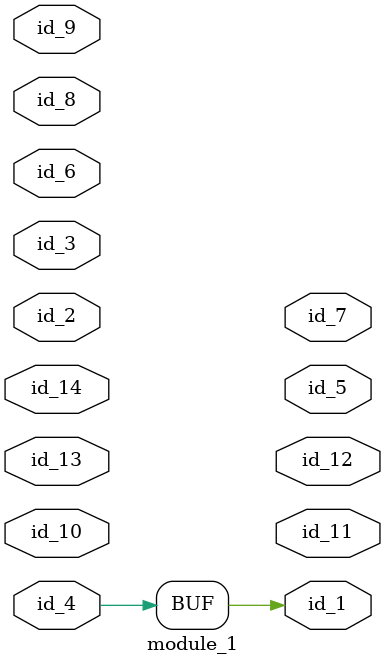
<source format=v>
module module_0;
  assign id_1 = -1;
  localparam id_2 = 1;
  parameter id_3 = 1;
  initial #1 id_1 <= id_3;
endmodule
module module_1 (
    id_1,
    id_2,
    id_3,
    id_4,
    id_5,
    id_6,
    id_7,
    id_8,
    id_9,
    id_10,
    id_11,
    id_12,
    id_13,
    id_14
);
  input wire id_14;
  input wire id_13;
  output wire id_12;
  output wire id_11;
  input wire id_10;
  input wire id_9;
  input wire id_8;
  output wire id_7;
  inout wire id_6;
  output wire id_5;
  input wire id_4;
  input wire id_3;
  inout wire id_2;
  output wire id_1;
  module_0 modCall_1 ();
  initial id_1 = id_4;
endmodule

</source>
